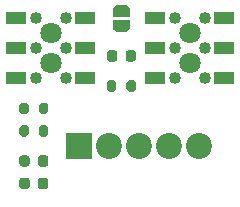
<source format=gbr>
%TF.GenerationSoftware,KiCad,Pcbnew,(5.1.10-1-10_14)*%
%TF.CreationDate,2022-04-02T19:32:47-06:00*%
%TF.ProjectId,RPiG3iMacJ20,52506947-3369-44d6-9163-4a32302e6b69,rev?*%
%TF.SameCoordinates,Original*%
%TF.FileFunction,Soldermask,Top*%
%TF.FilePolarity,Negative*%
%FSLAX46Y46*%
G04 Gerber Fmt 4.6, Leading zero omitted, Abs format (unit mm)*
G04 Created by KiCad (PCBNEW (5.1.10-1-10_14)) date 2022-04-02 19:32:47*
%MOMM*%
%LPD*%
G01*
G04 APERTURE LIST*
%ADD10R,2.200000X2.200000*%
%ADD11C,2.200000*%
%ADD12C,0.100000*%
%ADD13C,1.800000*%
%ADD14C,1.020000*%
%ADD15R,1.780000X1.020000*%
G04 APERTURE END LIST*
%TO.C,D1*%
G36*
G01*
X128750000Y-88521250D02*
X128750000Y-88008750D01*
G75*
G02*
X128968750Y-87790000I218750J0D01*
G01*
X129406250Y-87790000D01*
G75*
G02*
X129625000Y-88008750I0J-218750D01*
G01*
X129625000Y-88521250D01*
G75*
G02*
X129406250Y-88740000I-218750J0D01*
G01*
X128968750Y-88740000D01*
G75*
G02*
X128750000Y-88521250I0J218750D01*
G01*
G37*
G36*
G01*
X130325000Y-88521250D02*
X130325000Y-88008750D01*
G75*
G02*
X130543750Y-87790000I218750J0D01*
G01*
X130981250Y-87790000D01*
G75*
G02*
X131200000Y-88008750I0J-218750D01*
G01*
X131200000Y-88521250D01*
G75*
G02*
X130981250Y-88740000I-218750J0D01*
G01*
X130543750Y-88740000D01*
G75*
G02*
X130325000Y-88521250I0J218750D01*
G01*
G37*
%TD*%
D10*
%TO.C,J3*%
X126365000Y-95885000D03*
D11*
X128905000Y-95885000D03*
X131445000Y-95885000D03*
X133985000Y-95885000D03*
X136525000Y-95885000D03*
%TD*%
%TO.C,D2*%
G36*
G01*
X122905000Y-97411250D02*
X122905000Y-96898750D01*
G75*
G02*
X123123750Y-96680000I218750J0D01*
G01*
X123561250Y-96680000D01*
G75*
G02*
X123780000Y-96898750I0J-218750D01*
G01*
X123780000Y-97411250D01*
G75*
G02*
X123561250Y-97630000I-218750J0D01*
G01*
X123123750Y-97630000D01*
G75*
G02*
X122905000Y-97411250I0J218750D01*
G01*
G37*
G36*
G01*
X121330000Y-97411250D02*
X121330000Y-96898750D01*
G75*
G02*
X121548750Y-96680000I218750J0D01*
G01*
X121986250Y-96680000D01*
G75*
G02*
X122205000Y-96898750I0J-218750D01*
G01*
X122205000Y-97411250D01*
G75*
G02*
X121986250Y-97630000I-218750J0D01*
G01*
X121548750Y-97630000D01*
G75*
G02*
X121330000Y-97411250I0J218750D01*
G01*
G37*
%TD*%
%TO.C,D3*%
G36*
G01*
X121330000Y-99316250D02*
X121330000Y-98803750D01*
G75*
G02*
X121548750Y-98585000I218750J0D01*
G01*
X121986250Y-98585000D01*
G75*
G02*
X122205000Y-98803750I0J-218750D01*
G01*
X122205000Y-99316250D01*
G75*
G02*
X121986250Y-99535000I-218750J0D01*
G01*
X121548750Y-99535000D01*
G75*
G02*
X121330000Y-99316250I0J218750D01*
G01*
G37*
G36*
G01*
X122905000Y-99316250D02*
X122905000Y-98803750D01*
G75*
G02*
X123123750Y-98585000I218750J0D01*
G01*
X123561250Y-98585000D01*
G75*
G02*
X123780000Y-98803750I0J-218750D01*
G01*
X123780000Y-99316250D01*
G75*
G02*
X123561250Y-99535000I-218750J0D01*
G01*
X123123750Y-99535000D01*
G75*
G02*
X122905000Y-99316250I0J218750D01*
G01*
G37*
%TD*%
%TO.C,R1*%
G36*
G01*
X128750000Y-91080000D02*
X128750000Y-90530000D01*
G75*
G02*
X128950000Y-90330000I200000J0D01*
G01*
X129350000Y-90330000D01*
G75*
G02*
X129550000Y-90530000I0J-200000D01*
G01*
X129550000Y-91080000D01*
G75*
G02*
X129350000Y-91280000I-200000J0D01*
G01*
X128950000Y-91280000D01*
G75*
G02*
X128750000Y-91080000I0J200000D01*
G01*
G37*
G36*
G01*
X130400000Y-91080000D02*
X130400000Y-90530000D01*
G75*
G02*
X130600000Y-90330000I200000J0D01*
G01*
X131000000Y-90330000D01*
G75*
G02*
X131200000Y-90530000I0J-200000D01*
G01*
X131200000Y-91080000D01*
G75*
G02*
X131000000Y-91280000I-200000J0D01*
G01*
X130600000Y-91280000D01*
G75*
G02*
X130400000Y-91080000I0J200000D01*
G01*
G37*
%TD*%
%TO.C,R2*%
G36*
G01*
X122980000Y-92985000D02*
X122980000Y-92435000D01*
G75*
G02*
X123180000Y-92235000I200000J0D01*
G01*
X123580000Y-92235000D01*
G75*
G02*
X123780000Y-92435000I0J-200000D01*
G01*
X123780000Y-92985000D01*
G75*
G02*
X123580000Y-93185000I-200000J0D01*
G01*
X123180000Y-93185000D01*
G75*
G02*
X122980000Y-92985000I0J200000D01*
G01*
G37*
G36*
G01*
X121330000Y-92985000D02*
X121330000Y-92435000D01*
G75*
G02*
X121530000Y-92235000I200000J0D01*
G01*
X121930000Y-92235000D01*
G75*
G02*
X122130000Y-92435000I0J-200000D01*
G01*
X122130000Y-92985000D01*
G75*
G02*
X121930000Y-93185000I-200000J0D01*
G01*
X121530000Y-93185000D01*
G75*
G02*
X121330000Y-92985000I0J200000D01*
G01*
G37*
%TD*%
%TO.C,R3*%
G36*
G01*
X121330000Y-94890000D02*
X121330000Y-94340000D01*
G75*
G02*
X121530000Y-94140000I200000J0D01*
G01*
X121930000Y-94140000D01*
G75*
G02*
X122130000Y-94340000I0J-200000D01*
G01*
X122130000Y-94890000D01*
G75*
G02*
X121930000Y-95090000I-200000J0D01*
G01*
X121530000Y-95090000D01*
G75*
G02*
X121330000Y-94890000I0J200000D01*
G01*
G37*
G36*
G01*
X122980000Y-94890000D02*
X122980000Y-94340000D01*
G75*
G02*
X123180000Y-94140000I200000J0D01*
G01*
X123580000Y-94140000D01*
G75*
G02*
X123780000Y-94340000I0J-200000D01*
G01*
X123780000Y-94890000D01*
G75*
G02*
X123580000Y-95090000I-200000J0D01*
G01*
X123180000Y-95090000D01*
G75*
G02*
X122980000Y-94890000I0J200000D01*
G01*
G37*
%TD*%
D12*
%TO.C,JP1*%
G36*
X130725000Y-85240000D02*
G01*
X130725000Y-85740000D01*
X130724398Y-85740000D01*
X130724398Y-85764534D01*
X130719588Y-85813365D01*
X130710016Y-85861490D01*
X130695772Y-85908445D01*
X130676995Y-85953778D01*
X130653864Y-85997051D01*
X130626604Y-86037850D01*
X130595476Y-86075779D01*
X130560779Y-86110476D01*
X130522850Y-86141604D01*
X130482051Y-86168864D01*
X130438778Y-86191995D01*
X130393445Y-86210772D01*
X130346490Y-86225016D01*
X130298365Y-86234588D01*
X130249534Y-86239398D01*
X130225000Y-86239398D01*
X130225000Y-86240000D01*
X129725000Y-86240000D01*
X129725000Y-86239398D01*
X129700466Y-86239398D01*
X129651635Y-86234588D01*
X129603510Y-86225016D01*
X129556555Y-86210772D01*
X129511222Y-86191995D01*
X129467949Y-86168864D01*
X129427150Y-86141604D01*
X129389221Y-86110476D01*
X129354524Y-86075779D01*
X129323396Y-86037850D01*
X129296136Y-85997051D01*
X129273005Y-85953778D01*
X129254228Y-85908445D01*
X129239984Y-85861490D01*
X129230412Y-85813365D01*
X129225602Y-85764534D01*
X129225602Y-85740000D01*
X129225000Y-85740000D01*
X129225000Y-85240000D01*
X130725000Y-85240000D01*
G37*
G36*
X129225602Y-84440000D02*
G01*
X129225602Y-84415466D01*
X129230412Y-84366635D01*
X129239984Y-84318510D01*
X129254228Y-84271555D01*
X129273005Y-84226222D01*
X129296136Y-84182949D01*
X129323396Y-84142150D01*
X129354524Y-84104221D01*
X129389221Y-84069524D01*
X129427150Y-84038396D01*
X129467949Y-84011136D01*
X129511222Y-83988005D01*
X129556555Y-83969228D01*
X129603510Y-83954984D01*
X129651635Y-83945412D01*
X129700466Y-83940602D01*
X129725000Y-83940602D01*
X129725000Y-83940000D01*
X130225000Y-83940000D01*
X130225000Y-83940602D01*
X130249534Y-83940602D01*
X130298365Y-83945412D01*
X130346490Y-83954984D01*
X130393445Y-83969228D01*
X130438778Y-83988005D01*
X130482051Y-84011136D01*
X130522850Y-84038396D01*
X130560779Y-84069524D01*
X130595476Y-84104221D01*
X130626604Y-84142150D01*
X130653864Y-84182949D01*
X130676995Y-84226222D01*
X130695772Y-84271555D01*
X130710016Y-84318510D01*
X130719588Y-84366635D01*
X130724398Y-84415466D01*
X130724398Y-84440000D01*
X130725000Y-84440000D01*
X130725000Y-84940000D01*
X129225000Y-84940000D01*
X129225000Y-84440000D01*
X129225602Y-84440000D01*
G37*
%TD*%
D13*
%TO.C,J1*%
X123980000Y-86360000D03*
X123980000Y-88900000D03*
D14*
X122710000Y-85090000D03*
X122710000Y-87630000D03*
X122710000Y-90170000D03*
X125250000Y-85090000D03*
X125250000Y-87630000D03*
X125250000Y-90170000D03*
D15*
X121070000Y-85090000D03*
X121070000Y-87630000D03*
X121070000Y-90170000D03*
X126890000Y-85090000D03*
X126890000Y-87630000D03*
X126890000Y-90170000D03*
%TD*%
%TO.C,J2*%
X138677000Y-90170000D03*
X138677000Y-87630000D03*
X138677000Y-85090000D03*
X132857000Y-90170000D03*
X132857000Y-87630000D03*
X132857000Y-85090000D03*
D14*
X137037000Y-90170000D03*
X137037000Y-87630000D03*
X137037000Y-85090000D03*
X134497000Y-90170000D03*
X134497000Y-87630000D03*
X134497000Y-85090000D03*
D13*
X135767000Y-88900000D03*
X135767000Y-86360000D03*
%TD*%
M02*

</source>
